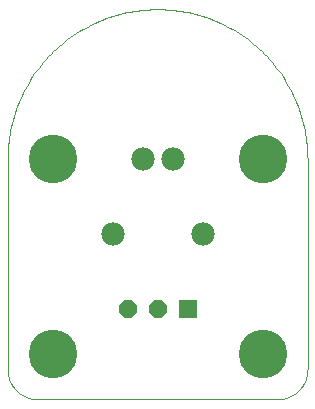
<source format=gbs>
G75*
%MOIN*%
%OFA0B0*%
%FSLAX25Y25*%
%IPPOS*%
%LPD*%
%AMOC8*
5,1,8,0,0,1.08239X$1,22.5*
%
%ADD10OC8,0.06000*%
%ADD11R,0.06000X0.06000*%
%ADD12C,0.00000*%
%ADD13C,0.16211*%
%ADD14C,0.07800*%
D10*
X0046800Y0054006D03*
X0056800Y0054006D03*
D11*
X0066800Y0054006D03*
D12*
X0096800Y0024006D02*
X0016800Y0024006D01*
X0016558Y0024009D01*
X0016317Y0024018D01*
X0016076Y0024032D01*
X0015835Y0024053D01*
X0015595Y0024079D01*
X0015355Y0024111D01*
X0015116Y0024149D01*
X0014879Y0024192D01*
X0014642Y0024242D01*
X0014407Y0024297D01*
X0014173Y0024357D01*
X0013941Y0024424D01*
X0013710Y0024495D01*
X0013481Y0024573D01*
X0013254Y0024656D01*
X0013029Y0024744D01*
X0012806Y0024838D01*
X0012586Y0024937D01*
X0012368Y0025042D01*
X0012153Y0025151D01*
X0011940Y0025266D01*
X0011730Y0025386D01*
X0011524Y0025511D01*
X0011320Y0025641D01*
X0011119Y0025776D01*
X0010922Y0025916D01*
X0010728Y0026060D01*
X0010538Y0026209D01*
X0010352Y0026363D01*
X0010169Y0026521D01*
X0009990Y0026683D01*
X0009815Y0026850D01*
X0009644Y0027021D01*
X0009477Y0027196D01*
X0009315Y0027375D01*
X0009157Y0027558D01*
X0009003Y0027744D01*
X0008854Y0027934D01*
X0008710Y0028128D01*
X0008570Y0028325D01*
X0008435Y0028526D01*
X0008305Y0028730D01*
X0008180Y0028936D01*
X0008060Y0029146D01*
X0007945Y0029359D01*
X0007836Y0029574D01*
X0007731Y0029792D01*
X0007632Y0030012D01*
X0007538Y0030235D01*
X0007450Y0030460D01*
X0007367Y0030687D01*
X0007289Y0030916D01*
X0007218Y0031147D01*
X0007151Y0031379D01*
X0007091Y0031613D01*
X0007036Y0031848D01*
X0006986Y0032085D01*
X0006943Y0032322D01*
X0006905Y0032561D01*
X0006873Y0032801D01*
X0006847Y0033041D01*
X0006826Y0033282D01*
X0006812Y0033523D01*
X0006803Y0033764D01*
X0006800Y0034006D01*
X0006800Y0104006D01*
X0006815Y0105224D01*
X0006859Y0106440D01*
X0006933Y0107656D01*
X0007037Y0108869D01*
X0007170Y0110079D01*
X0007333Y0111286D01*
X0007525Y0112488D01*
X0007746Y0113686D01*
X0007996Y0114878D01*
X0008275Y0116063D01*
X0008583Y0117241D01*
X0008920Y0118411D01*
X0009285Y0119573D01*
X0009678Y0120725D01*
X0010099Y0121868D01*
X0010548Y0122999D01*
X0011024Y0124120D01*
X0011528Y0125229D01*
X0012058Y0126325D01*
X0012615Y0127408D01*
X0013198Y0128477D01*
X0013806Y0129531D01*
X0014441Y0130571D01*
X0015100Y0131594D01*
X0015784Y0132602D01*
X0016493Y0133592D01*
X0017225Y0134565D01*
X0017981Y0135519D01*
X0018760Y0136455D01*
X0019561Y0137372D01*
X0020385Y0138269D01*
X0021230Y0139145D01*
X0022096Y0140001D01*
X0022983Y0140836D01*
X0023890Y0141648D01*
X0024816Y0142438D01*
X0025762Y0143206D01*
X0026725Y0143950D01*
X0027707Y0144670D01*
X0028706Y0145367D01*
X0029721Y0146039D01*
X0030753Y0146686D01*
X0031800Y0147307D01*
X0032862Y0147903D01*
X0033938Y0148473D01*
X0035027Y0149017D01*
X0036130Y0149533D01*
X0037245Y0150023D01*
X0038371Y0150486D01*
X0039508Y0150921D01*
X0040656Y0151328D01*
X0041813Y0151707D01*
X0042979Y0152058D01*
X0044153Y0152380D01*
X0045335Y0152674D01*
X0046524Y0152939D01*
X0047718Y0153174D01*
X0048918Y0153381D01*
X0050123Y0153558D01*
X0051331Y0153706D01*
X0052543Y0153824D01*
X0053758Y0153913D01*
X0054974Y0153973D01*
X0056191Y0154002D01*
X0057409Y0154002D01*
X0058626Y0153973D01*
X0059842Y0153913D01*
X0061057Y0153824D01*
X0062269Y0153706D01*
X0063477Y0153558D01*
X0064682Y0153381D01*
X0065882Y0153174D01*
X0067076Y0152939D01*
X0068265Y0152674D01*
X0069447Y0152380D01*
X0070621Y0152058D01*
X0071787Y0151707D01*
X0072944Y0151328D01*
X0074092Y0150921D01*
X0075229Y0150486D01*
X0076355Y0150023D01*
X0077470Y0149533D01*
X0078573Y0149017D01*
X0079662Y0148473D01*
X0080738Y0147903D01*
X0081800Y0147307D01*
X0082847Y0146686D01*
X0083879Y0146039D01*
X0084894Y0145367D01*
X0085893Y0144670D01*
X0086875Y0143950D01*
X0087838Y0143206D01*
X0088784Y0142438D01*
X0089710Y0141648D01*
X0090617Y0140836D01*
X0091504Y0140001D01*
X0092370Y0139145D01*
X0093215Y0138269D01*
X0094039Y0137372D01*
X0094840Y0136455D01*
X0095619Y0135519D01*
X0096375Y0134565D01*
X0097107Y0133592D01*
X0097816Y0132602D01*
X0098500Y0131594D01*
X0099159Y0130571D01*
X0099794Y0129531D01*
X0100402Y0128477D01*
X0100985Y0127408D01*
X0101542Y0126325D01*
X0102072Y0125229D01*
X0102576Y0124120D01*
X0103052Y0122999D01*
X0103501Y0121868D01*
X0103922Y0120725D01*
X0104315Y0119573D01*
X0104680Y0118411D01*
X0105017Y0117241D01*
X0105325Y0116063D01*
X0105604Y0114878D01*
X0105854Y0113686D01*
X0106075Y0112488D01*
X0106267Y0111286D01*
X0106430Y0110079D01*
X0106563Y0108869D01*
X0106667Y0107656D01*
X0106741Y0106440D01*
X0106785Y0105224D01*
X0106800Y0104006D01*
X0106800Y0034006D01*
X0106797Y0033764D01*
X0106788Y0033523D01*
X0106774Y0033282D01*
X0106753Y0033041D01*
X0106727Y0032801D01*
X0106695Y0032561D01*
X0106657Y0032322D01*
X0106614Y0032085D01*
X0106564Y0031848D01*
X0106509Y0031613D01*
X0106449Y0031379D01*
X0106382Y0031147D01*
X0106311Y0030916D01*
X0106233Y0030687D01*
X0106150Y0030460D01*
X0106062Y0030235D01*
X0105968Y0030012D01*
X0105869Y0029792D01*
X0105764Y0029574D01*
X0105655Y0029359D01*
X0105540Y0029146D01*
X0105420Y0028936D01*
X0105295Y0028730D01*
X0105165Y0028526D01*
X0105030Y0028325D01*
X0104890Y0028128D01*
X0104746Y0027934D01*
X0104597Y0027744D01*
X0104443Y0027558D01*
X0104285Y0027375D01*
X0104123Y0027196D01*
X0103956Y0027021D01*
X0103785Y0026850D01*
X0103610Y0026683D01*
X0103431Y0026521D01*
X0103248Y0026363D01*
X0103062Y0026209D01*
X0102872Y0026060D01*
X0102678Y0025916D01*
X0102481Y0025776D01*
X0102280Y0025641D01*
X0102076Y0025511D01*
X0101870Y0025386D01*
X0101660Y0025266D01*
X0101447Y0025151D01*
X0101232Y0025042D01*
X0101014Y0024937D01*
X0100794Y0024838D01*
X0100571Y0024744D01*
X0100346Y0024656D01*
X0100119Y0024573D01*
X0099890Y0024495D01*
X0099659Y0024424D01*
X0099427Y0024357D01*
X0099193Y0024297D01*
X0098958Y0024242D01*
X0098721Y0024192D01*
X0098484Y0024149D01*
X0098245Y0024111D01*
X0098005Y0024079D01*
X0097765Y0024053D01*
X0097524Y0024032D01*
X0097283Y0024018D01*
X0097042Y0024009D01*
X0096800Y0024006D01*
D13*
X0091800Y0039006D03*
X0091800Y0104006D03*
X0021800Y0104006D03*
X0021800Y0039006D03*
D14*
X0041800Y0079006D03*
X0051800Y0104006D03*
X0061800Y0104006D03*
X0071800Y0079006D03*
M02*

</source>
